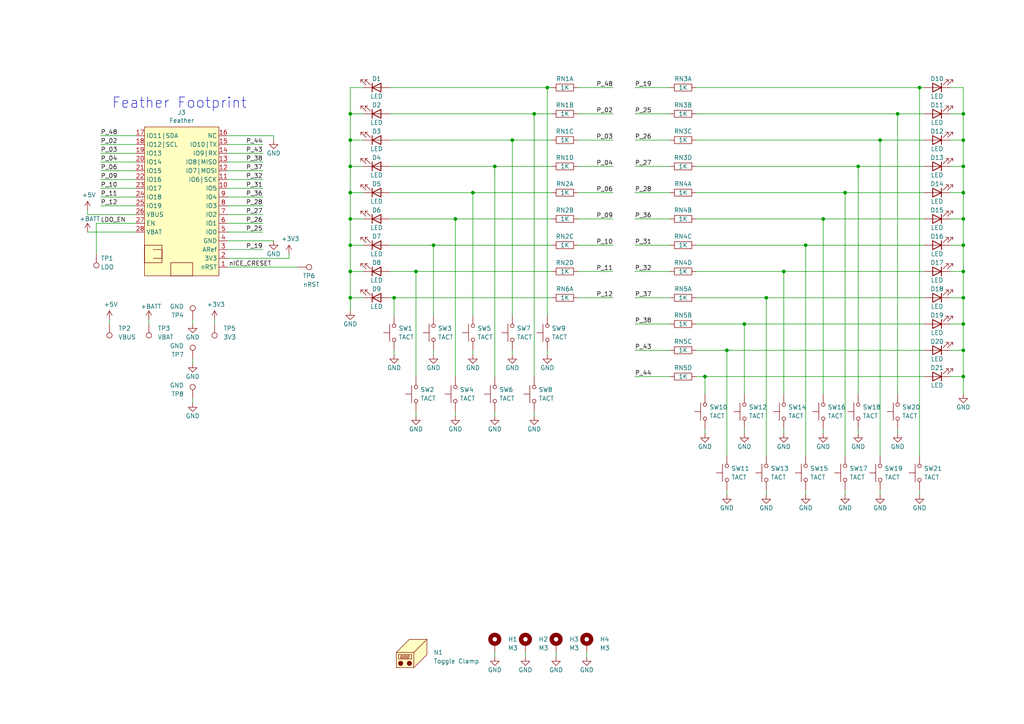
<source format=kicad_sch>
(kicad_sch (version 20201015) (generator eeschema)
  (paper "A4")
  (title_block (title "iCE40 Feather") (date "2021-01-01") (rev "0.2") (company "Josh Johnson"))
  (lib_symbols
    (symbol "Connector:TestPoint" (pin_numbers hide) (pin_names (offset 0.762) hide)
      (property "Reference" "TP" (at 0 6.858 0))
      (property "Value" "TestPoint" (at 0 5.08 0))
      (symbol "TestPoint_0_1"
        (circle (center 0 3.302) (radius 0.762))
      )
      (symbol "TestPoint_1_1"
        (pin passive line (at 0 0 90) (length 2.54) (name "1") (number "1"))
      )
    )
    (symbol "Device:LED" (pin_numbers hide) (pin_names (offset 1.016) hide)
      (property "Reference" "D" (at 0 2.54 0))
      (property "Value" "LED" (at 0 -2.54 0))
      (symbol "LED_0_1"
        (polyline (pts (xy -1.27 -1.27) (xy -1.27 1.27)) (stroke (width 0.254)))
        (polyline (pts (xy -1.27 0) (xy 1.27 0)))
        (polyline (pts (xy 1.27 -1.27) (xy 1.27 1.27) (xy -1.27 0) (xy 1.27 -1.27)) (stroke (width 0.254)))
        (polyline (pts (xy -3.048 -0.762) (xy -4.572 -2.286) (xy -3.81 -2.286) (xy -4.572 -2.286) (xy -4.572 -1.524)))
        (polyline (pts (xy -1.778 -0.762) (xy -3.302 -2.286) (xy -2.54 -2.286) (xy -3.302 -2.286) (xy -3.302 -1.524)))
      )
      (symbol "LED_1_1"
        (pin passive line (at -3.81 0 0) (length 2.54) (name "K") (number "1"))
        (pin passive line (at 3.81 0 180) (length 2.54) (name "A") (number "2"))
      )
    )
    (symbol "Mechanical:Housing" (pin_names (offset 1.016))
      (property "Reference" "N" (at 3.81 0 0))
      (property "Value" "Housing" (at 3.81 -1.905 0))
      (symbol "Housing_0_1"
        (circle (center -4.445 -3.175) (radius 0.635) (fill (type outline)))
        (circle (center -1.905 -3.175) (radius 0.635) (fill (type outline)))
        (rectangle (start -5.08 -0.635) (end -1.27 -1.905))
        (polyline (pts (xy -4.5212 -1.5748) (xy -4.4704 -1.3716)))
        (polyline (pts (xy -4.4196 -1.6764) (xy -4.064 -1.6764)))
        (polyline (pts (xy -4.4196 -1.2192) (xy -4.3688 -0.9652)))
        (polyline (pts (xy -4.318 -1.3208) (xy -4.0132 -1.3208)))
        (polyline (pts (xy -4.2164 -0.9144) (xy -3.9116 -0.9144)))
        (polyline (pts (xy -3.9116 -1.6256) (xy -3.8608 -1.3716)))
        (polyline (pts (xy -3.81 -1.2192) (xy -3.7592 -0.9652)))
        (polyline (pts (xy -3.6068 -1.5748) (xy -3.556 -1.3716)))
        (polyline (pts (xy -3.5052 -1.6764) (xy -3.1496 -1.6764)))
        (polyline (pts (xy -3.5052 -1.2192) (xy -3.4544 -0.9652)))
        (polyline (pts (xy -3.4036 -1.3208) (xy -3.0988 -1.3208)))
        (polyline (pts (xy -3.302 -0.9144) (xy -2.9972 -0.9144)))
        (polyline (pts (xy -2.9972 -1.6256) (xy -2.9464 -1.3716)))
        (polyline (pts (xy -2.8956 -1.2192) (xy -2.8448 -0.9652)))
        (polyline (pts (xy -2.6924 -1.5748) (xy -2.6416 -1.3716)))
        (polyline (pts (xy -2.5908 -1.6764) (xy -2.2352 -1.6764)))
        (polyline (pts (xy -2.5908 -1.2192) (xy -2.54 -0.9652)))
        (polyline (pts (xy -2.4892 -1.3208) (xy -2.1844 -1.3208)))
        (polyline (pts (xy -2.3876 -0.9144) (xy -2.0828 -0.9144)))
        (polyline (pts (xy -2.0828 -1.6256) (xy -2.032 -1.3716)))
        (polyline (pts (xy -1.9812 -1.2192) (xy -1.9304 -0.9652)))
        (polyline (pts (xy -0.635 0) (xy -0.635 -4.445)))
        (polyline (pts (xy -5.715 0) (xy -0.635 0) (xy 3.175 3.81)))
        (polyline (pts (xy -5.715 0) (xy -5.715 -4.445) (xy -0.635 -4.445) (xy 3.175 -0.635) (xy 3.175 3.81) (xy -1.905 3.81) (xy -5.715 0)) (fill (type background)))
      )
    )
    (symbol "Mechanical:MountingHole_Pad" (pin_numbers hide) (pin_names (offset 1.016) hide)
      (property "Reference" "H" (at 0 6.35 0))
      (property "Value" "MountingHole_Pad" (at 0 4.445 0))
      (symbol "MountingHole_Pad_0_1"
        (circle (center 0 1.27) (radius 1.27) (stroke (width 1.27)))
      )
      (symbol "MountingHole_Pad_1_1"
        (pin input line (at 0 -2.54 90) (length 2.54) (name "1") (number "1"))
      )
    )
    (symbol "Switch:SW_Push" (pin_numbers hide) (pin_names (offset 1.016) hide)
      (property "Reference" "SW" (at 1.27 2.54 0))
      (property "Value" "SW_Push" (at 0 -1.524 0))
      (symbol "SW_Push_0_1"
        (circle (center -2.032 0) (radius 0.508))
        (circle (center 2.032 0) (radius 0.508))
        (polyline (pts (xy 0 1.27) (xy 0 3.048)))
        (polyline (pts (xy 2.54 1.27) (xy -2.54 1.27)))
        (pin passive line (at -5.08 0 0) (length 2.54) (name "1") (number "1"))
        (pin passive line (at 5.08 0 180) (length 2.54) (name "2") (number "2"))
      )
    )
    (symbol "josh-connector:Feather"
      (property "Reference" "J" (at -8.89 24.13 0))
      (property "Value" "Feather" (at -6.35 21.59 0))
      (symbol "Feather_0_1"
        (rectangle (start -10.16 -13.97) (end -5.08 -19.05))
        (rectangle (start -10.16 20.32) (end 11.43 -22.86) (fill (type background)))
        (rectangle (start -2.54 -19.05) (end 3.81 -22.86))
        (polyline (pts (xy -7.62 -17.78) (xy -6.35 -17.78)))
        (polyline (pts (xy -7.62 -15.24) (xy -6.35 -15.24)))
        (polyline (pts (xy -6.35 -15.24) (xy -5.08 -15.24) (xy -5.08 -17.78) (xy -6.35 -17.78)))
      )
      (symbol "Feather_1_1"
        (pin bidirectional line (at 13.97 -20.32 180) (length 2.54) (name "nRST") (number "1"))
        (pin bidirectional line (at 13.97 2.54 180) (length 2.54) (name "IO5") (number "10"))
        (pin bidirectional line (at 13.97 5.08 180) (length 2.54) (name "IO6|SCK") (number "11"))
        (pin bidirectional line (at 13.97 7.62 180) (length 2.54) (name "IO7|MOSI") (number "12"))
        (pin bidirectional line (at 13.97 10.16 180) (length 2.54) (name "IO8|MISO") (number "13"))
        (pin bidirectional line (at 13.97 12.7 180) (length 2.54) (name "IO9|RX") (number "14"))
        (pin bidirectional line (at 13.97 15.24 180) (length 2.54) (name "IO10|TX") (number "15"))
        (pin power_out line (at 13.97 17.78 180) (length 2.54) (name "NC") (number "16"))
        (pin bidirectional line (at -12.7 17.78 0) (length 2.54) (name "IO11|SDA") (number "17"))
        (pin bidirectional line (at -12.7 15.24 0) (length 2.54) (name "IO12|SCL") (number "18"))
        (pin bidirectional line (at -12.7 12.7 0) (length 2.54) (name "IO13") (number "19"))
        (pin power_out line (at 13.97 -17.78 180) (length 2.54) (name "3V3") (number "2"))
        (pin bidirectional line (at -12.7 10.16 0) (length 2.54) (name "IO14") (number "20"))
        (pin bidirectional line (at -12.7 7.62 0) (length 2.54) (name "IO15") (number "21"))
        (pin bidirectional line (at -12.7 5.08 0) (length 2.54) (name "IO16") (number "22"))
        (pin bidirectional line (at -12.7 2.54 0) (length 2.54) (name "IO17") (number "23"))
        (pin bidirectional line (at -12.7 0 0) (length 2.54) (name "IO18") (number "24"))
        (pin bidirectional line (at -12.7 -2.54 0) (length 2.54) (name "IO19") (number "25"))
        (pin power_out line (at -12.7 -5.08 0) (length 2.54) (name "VBUS") (number "26"))
        (pin bidirectional line (at -12.7 -7.62 0) (length 2.54) (name "EN") (number "27"))
        (pin power_in line (at -12.7 -10.16 0) (length 2.54) (name "VBAT") (number "28"))
        (pin bidirectional line (at 13.97 -15.24 180) (length 2.54) (name "ARef") (number "3"))
        (pin power_in line (at 13.97 -12.7 180) (length 2.54) (name "GND") (number "4"))
        (pin bidirectional line (at 13.97 -10.16 180) (length 2.54) (name "IO0") (number "5"))
        (pin bidirectional line (at 13.97 -7.62 180) (length 2.54) (name "IO1") (number "6"))
        (pin bidirectional line (at 13.97 -5.08 180) (length 2.54) (name "IO2") (number "7"))
        (pin bidirectional line (at 13.97 -2.54 180) (length 2.54) (name "IO3") (number "8"))
        (pin bidirectional line (at 13.97 0 180) (length 2.54) (name "IO4") (number "9"))
      )
    )
    (symbol "josh-passive:RN" (pin_numbers hide) (pin_names (offset 0))
      (property "Reference" "RN" (at 0 1.778 0))
      (property "Value" "RN" (at 0 0 0))
      (symbol "RN_0_1"
        (rectangle (start -2.54 -1.016) (end 2.54 1.016))
      )
      (symbol "RN_1_1"
        (pin passive line (at -3.81 0 0) (length 1.27) (name "~") (number "4"))
        (pin passive line (at 3.81 0 180) (length 1.27) (name "~") (number "5"))
      )
      (symbol "RN_2_1"
        (pin passive line (at -3.81 0 0) (length 1.27) (name "~") (number "3"))
        (pin passive line (at 3.81 0 180) (length 1.27) (name "~") (number "6"))
      )
      (symbol "RN_3_1"
        (pin passive line (at -3.81 0 0) (length 1.27) (name "~") (number "2"))
        (pin passive line (at 3.81 0 180) (length 1.27) (name "~") (number "7"))
      )
      (symbol "RN_4_1"
        (pin passive line (at -3.81 0 0) (length 1.27) (name "~") (number "1"))
        (pin passive line (at 3.81 0 180) (length 1.27) (name "~") (number "8"))
      )
    )
    (symbol "power:+3V3" (power) (pin_names (offset 0))
      (property "Value" "+3V3" (at 0 3.556 0))
      (symbol "+3V3_0_1"
        (polyline (pts (xy -0.762 1.27) (xy 0 2.54)))
        (polyline (pts (xy 0 0) (xy 0 2.54)))
        (polyline (pts (xy 0 2.54) (xy 0.762 1.27)))
      )
      (symbol "+3V3_1_1"
        (pin power_in line (at 0 0 90) (length 0) hide (name "+3V3") (number "1"))
      )
    )
    (symbol "power:+5V" (power) (pin_names (offset 0))
      (property "Value" "+5V" (at 0 3.556 0))
      (symbol "+5V_0_1"
        (polyline (pts (xy -0.762 1.27) (xy 0 2.54)))
        (polyline (pts (xy 0 0) (xy 0 2.54)))
        (polyline (pts (xy 0 2.54) (xy 0.762 1.27)))
      )
      (symbol "+5V_1_1"
        (pin power_in line (at 0 0 90) (length 0) hide (name "+5V") (number "1"))
      )
    )
    (symbol "power:+BATT" (power) (pin_names (offset 0))
      (property "Value" "+BATT" (at 0 3.556 0))
      (symbol "+BATT_0_1"
        (polyline (pts (xy -0.762 1.27) (xy 0 2.54)))
        (polyline (pts (xy 0 0) (xy 0 2.54)))
        (polyline (pts (xy 0 2.54) (xy 0.762 1.27)))
      )
      (symbol "+BATT_1_1"
        (pin power_in line (at 0 0 90) (length 0) hide (name "+BATT") (number "1"))
      )
    )
    (symbol "power:GND" (power) (pin_names (offset 0))
      (property "Value" "GND" (at 0 -3.81 0))
      (symbol "GND_0_1"
        (polyline (pts (xy 0 0) (xy 0 -1.27) (xy 1.27 -1.27) (xy 0 -2.54) (xy -1.27 -1.27) (xy 0 -1.27)))
      )
      (symbol "GND_1_1"
        (pin power_in line (at 0 0 270) (length 0) hide (name "GND") (number "1"))
      )
    )
  )
  (junction (at 101.6 33.02) (diameter 0.9144))
  (junction (at 101.6 40.64) (diameter 0.9144))
  (junction (at 101.6 48.26) (diameter 0.9144))
  (junction (at 101.6 55.88) (diameter 0.9144))
  (junction (at 101.6 63.5) (diameter 0.9144))
  (junction (at 101.6 71.12) (diameter 0.9144))
  (junction (at 101.6 78.74) (diameter 0.9144))
  (junction (at 101.6 86.36) (diameter 0.9144))
  (junction (at 114.3 86.36) (diameter 0.9144))
  (junction (at 120.65 78.74) (diameter 0.9144))
  (junction (at 125.73 71.12) (diameter 0.9144))
  (junction (at 132.08 63.5) (diameter 0.9144))
  (junction (at 137.16 55.88) (diameter 0.9144))
  (junction (at 143.51 48.26) (diameter 0.9144))
  (junction (at 148.59 40.64) (diameter 0.9144))
  (junction (at 154.94 33.02) (diameter 0.9144))
  (junction (at 158.75 25.4) (diameter 0.9144))
  (junction (at 204.47 109.22) (diameter 0.9144))
  (junction (at 210.82 101.6) (diameter 0.9144))
  (junction (at 215.9 93.98) (diameter 0.9144))
  (junction (at 222.25 86.36) (diameter 0.9144))
  (junction (at 227.33 78.74) (diameter 0.9144))
  (junction (at 233.68 71.12) (diameter 0.9144))
  (junction (at 238.76 63.5) (diameter 0.9144))
  (junction (at 245.11 55.88) (diameter 0.9144))
  (junction (at 248.92 48.26) (diameter 0.9144))
  (junction (at 255.27 40.64) (diameter 0.9144))
  (junction (at 260.35 33.02) (diameter 0.9144))
  (junction (at 266.7 25.4) (diameter 0.9144))
  (junction (at 279.4 33.02) (diameter 0.9144))
  (junction (at 279.4 40.64) (diameter 0.9144))
  (junction (at 279.4 48.26) (diameter 0.9144))
  (junction (at 279.4 55.88) (diameter 0.9144))
  (junction (at 279.4 63.5) (diameter 0.9144))
  (junction (at 279.4 71.12) (diameter 0.9144))
  (junction (at 279.4 78.74) (diameter 0.9144))
  (junction (at 279.4 86.36) (diameter 0.9144))
  (junction (at 279.4 93.98) (diameter 0.9144))
  (junction (at 279.4 101.6) (diameter 0.9144))
  (junction (at 279.4 109.22) (diameter 0.9144))
  (wire (pts (xy 25.4 60.96) (xy 25.4 62.23)))
  (wire (pts (xy 25.4 62.23) (xy 39.37 62.23)))
  (wire (pts (xy 25.4 67.31) (xy 39.37 67.31)))
  (wire (pts (xy 27.94 64.77) (xy 27.94 73.66)))
  (wire (pts (xy 27.94 64.77) (xy 39.37 64.77)))
  (wire (pts (xy 29.21 39.37) (xy 39.37 39.37)))
  (wire (pts (xy 29.21 41.91) (xy 39.37 41.91)))
  (wire (pts (xy 29.21 44.45) (xy 39.37 44.45)))
  (wire (pts (xy 29.21 46.99) (xy 39.37 46.99)))
  (wire (pts (xy 29.21 49.53) (xy 39.37 49.53)))
  (wire (pts (xy 29.21 52.07) (xy 39.37 52.07)))
  (wire (pts (xy 29.21 54.61) (xy 39.37 54.61)))
  (wire (pts (xy 29.21 57.15) (xy 39.37 57.15)))
  (wire (pts (xy 29.21 59.69) (xy 39.37 59.69)))
  (wire (pts (xy 31.75 92.71) (xy 31.75 93.98)))
  (wire (pts (xy 43.18 92.71) (xy 43.18 93.98)))
  (wire (pts (xy 55.88 93.98) (xy 55.88 92.71)))
  (wire (pts (xy 55.88 105.41) (xy 55.88 104.14)))
  (wire (pts (xy 55.88 116.84) (xy 55.88 115.57)))
  (wire (pts (xy 62.23 92.71) (xy 62.23 93.98)))
  (wire (pts (xy 66.04 39.37) (xy 79.375 39.37)))
  (wire (pts (xy 66.04 41.91) (xy 76.2 41.91)))
  (wire (pts (xy 66.04 44.45) (xy 76.2 44.45)))
  (wire (pts (xy 66.04 46.99) (xy 76.2 46.99)))
  (wire (pts (xy 66.04 49.53) (xy 76.2 49.53)))
  (wire (pts (xy 66.04 52.07) (xy 76.2 52.07)))
  (wire (pts (xy 66.04 54.61) (xy 76.2 54.61)))
  (wire (pts (xy 66.04 57.15) (xy 76.2 57.15)))
  (wire (pts (xy 66.04 59.69) (xy 76.2 59.69)))
  (wire (pts (xy 66.04 62.23) (xy 76.2 62.23)))
  (wire (pts (xy 66.04 64.77) (xy 76.2 64.77)))
  (wire (pts (xy 66.04 67.31) (xy 76.2 67.31)))
  (wire (pts (xy 66.04 69.85) (xy 79.375 69.85)))
  (wire (pts (xy 66.04 72.39) (xy 76.2 72.39)))
  (wire (pts (xy 66.04 74.93) (xy 83.82 74.93)))
  (wire (pts (xy 66.04 77.47) (xy 86.36 77.47)))
  (wire (pts (xy 79.375 39.37) (xy 79.375 40.64)))
  (wire (pts (xy 83.82 74.93) (xy 83.82 73.66)))
  (wire (pts (xy 101.6 25.4) (xy 101.6 33.02)))
  (wire (pts (xy 101.6 33.02) (xy 101.6 40.64)))
  (wire (pts (xy 101.6 40.64) (xy 101.6 48.26)))
  (wire (pts (xy 101.6 48.26) (xy 101.6 55.88)))
  (wire (pts (xy 101.6 55.88) (xy 101.6 63.5)))
  (wire (pts (xy 101.6 63.5) (xy 101.6 71.12)))
  (wire (pts (xy 101.6 71.12) (xy 101.6 78.74)))
  (wire (pts (xy 101.6 78.74) (xy 101.6 86.36)))
  (wire (pts (xy 101.6 86.36) (xy 101.6 90.17)))
  (wire (pts (xy 105.41 25.4) (xy 101.6 25.4)))
  (wire (pts (xy 105.41 33.02) (xy 101.6 33.02)))
  (wire (pts (xy 105.41 40.64) (xy 101.6 40.64)))
  (wire (pts (xy 105.41 48.26) (xy 101.6 48.26)))
  (wire (pts (xy 105.41 55.88) (xy 101.6 55.88)))
  (wire (pts (xy 105.41 63.5) (xy 101.6 63.5)))
  (wire (pts (xy 105.41 71.12) (xy 101.6 71.12)))
  (wire (pts (xy 105.41 78.74) (xy 101.6 78.74)))
  (wire (pts (xy 105.41 86.36) (xy 101.6 86.36)))
  (wire (pts (xy 113.03 25.4) (xy 158.75 25.4)))
  (wire (pts (xy 113.03 33.02) (xy 154.94 33.02)))
  (wire (pts (xy 113.03 40.64) (xy 148.59 40.64)))
  (wire (pts (xy 113.03 48.26) (xy 143.51 48.26)))
  (wire (pts (xy 113.03 55.88) (xy 137.16 55.88)))
  (wire (pts (xy 113.03 63.5) (xy 132.08 63.5)))
  (wire (pts (xy 113.03 71.12) (xy 125.73 71.12)))
  (wire (pts (xy 113.03 78.74) (xy 120.65 78.74)))
  (wire (pts (xy 113.03 86.36) (xy 114.3 86.36)))
  (wire (pts (xy 114.3 86.36) (xy 114.3 91.44)))
  (wire (pts (xy 114.3 86.36) (xy 160.02 86.36)))
  (wire (pts (xy 114.3 101.6) (xy 114.3 102.87)))
  (wire (pts (xy 120.65 78.74) (xy 120.65 109.22)))
  (wire (pts (xy 120.65 78.74) (xy 160.02 78.74)))
  (wire (pts (xy 120.65 119.38) (xy 120.65 120.65)))
  (wire (pts (xy 125.73 71.12) (xy 125.73 91.44)))
  (wire (pts (xy 125.73 71.12) (xy 160.02 71.12)))
  (wire (pts (xy 125.73 101.6) (xy 125.73 102.87)))
  (wire (pts (xy 132.08 63.5) (xy 132.08 109.22)))
  (wire (pts (xy 132.08 63.5) (xy 160.02 63.5)))
  (wire (pts (xy 132.08 119.38) (xy 132.08 120.65)))
  (wire (pts (xy 137.16 55.88) (xy 137.16 91.44)))
  (wire (pts (xy 137.16 55.88) (xy 160.02 55.88)))
  (wire (pts (xy 137.16 101.6) (xy 137.16 102.87)))
  (wire (pts (xy 143.51 48.26) (xy 143.51 109.22)))
  (wire (pts (xy 143.51 48.26) (xy 160.02 48.26)))
  (wire (pts (xy 143.51 119.38) (xy 143.51 120.65)))
  (wire (pts (xy 143.51 189.23) (xy 143.51 190.5)))
  (wire (pts (xy 148.59 40.64) (xy 148.59 91.44)))
  (wire (pts (xy 148.59 40.64) (xy 160.02 40.64)))
  (wire (pts (xy 148.59 101.6) (xy 148.59 102.87)))
  (wire (pts (xy 152.4 189.23) (xy 152.4 190.5)))
  (wire (pts (xy 154.94 33.02) (xy 154.94 109.22)))
  (wire (pts (xy 154.94 33.02) (xy 160.02 33.02)))
  (wire (pts (xy 154.94 119.38) (xy 154.94 120.65)))
  (wire (pts (xy 158.75 25.4) (xy 158.75 91.44)))
  (wire (pts (xy 158.75 25.4) (xy 160.02 25.4)))
  (wire (pts (xy 158.75 101.6) (xy 158.75 102.87)))
  (wire (pts (xy 161.29 189.23) (xy 161.29 190.5)))
  (wire (pts (xy 170.18 189.23) (xy 170.18 190.5)))
  (wire (pts (xy 177.8 25.4) (xy 167.64 25.4)))
  (wire (pts (xy 177.8 33.02) (xy 167.64 33.02)))
  (wire (pts (xy 177.8 40.64) (xy 167.64 40.64)))
  (wire (pts (xy 177.8 48.26) (xy 167.64 48.26)))
  (wire (pts (xy 177.8 55.88) (xy 167.64 55.88)))
  (wire (pts (xy 177.8 63.5) (xy 167.64 63.5)))
  (wire (pts (xy 177.8 71.12) (xy 167.64 71.12)))
  (wire (pts (xy 177.8 78.74) (xy 167.64 78.74)))
  (wire (pts (xy 177.8 86.36) (xy 167.64 86.36)))
  (wire (pts (xy 194.31 25.4) (xy 184.15 25.4)))
  (wire (pts (xy 194.31 33.02) (xy 184.15 33.02)))
  (wire (pts (xy 194.31 40.64) (xy 184.15 40.64)))
  (wire (pts (xy 194.31 48.26) (xy 184.15 48.26)))
  (wire (pts (xy 194.31 55.88) (xy 184.15 55.88)))
  (wire (pts (xy 194.31 63.5) (xy 184.15 63.5)))
  (wire (pts (xy 194.31 71.12) (xy 184.15 71.12)))
  (wire (pts (xy 194.31 78.74) (xy 184.15 78.74)))
  (wire (pts (xy 194.31 86.36) (xy 184.15 86.36)))
  (wire (pts (xy 194.31 93.98) (xy 184.15 93.98)))
  (wire (pts (xy 194.31 101.6) (xy 184.15 101.6)))
  (wire (pts (xy 194.31 109.22) (xy 184.15 109.22)))
  (wire (pts (xy 201.93 25.4) (xy 266.7 25.4)))
  (wire (pts (xy 201.93 33.02) (xy 260.35 33.02)))
  (wire (pts (xy 201.93 40.64) (xy 255.27 40.64)))
  (wire (pts (xy 201.93 48.26) (xy 248.92 48.26)))
  (wire (pts (xy 201.93 55.88) (xy 245.11 55.88)))
  (wire (pts (xy 201.93 63.5) (xy 238.76 63.5)))
  (wire (pts (xy 201.93 71.12) (xy 233.68 71.12)))
  (wire (pts (xy 201.93 78.74) (xy 227.33 78.74)))
  (wire (pts (xy 201.93 86.36) (xy 222.25 86.36)))
  (wire (pts (xy 201.93 93.98) (xy 215.9 93.98)))
  (wire (pts (xy 201.93 101.6) (xy 210.82 101.6)))
  (wire (pts (xy 201.93 109.22) (xy 204.47 109.22)))
  (wire (pts (xy 204.47 109.22) (xy 204.47 114.3)))
  (wire (pts (xy 204.47 109.22) (xy 267.97 109.22)))
  (wire (pts (xy 204.47 124.46) (xy 204.47 125.73)))
  (wire (pts (xy 210.82 101.6) (xy 210.82 132.08)))
  (wire (pts (xy 210.82 101.6) (xy 267.97 101.6)))
  (wire (pts (xy 210.82 142.24) (xy 210.82 143.51)))
  (wire (pts (xy 215.9 93.98) (xy 215.9 114.3)))
  (wire (pts (xy 215.9 93.98) (xy 267.97 93.98)))
  (wire (pts (xy 215.9 124.46) (xy 215.9 125.73)))
  (wire (pts (xy 222.25 86.36) (xy 222.25 132.08)))
  (wire (pts (xy 222.25 86.36) (xy 267.97 86.36)))
  (wire (pts (xy 222.25 142.24) (xy 222.25 143.51)))
  (wire (pts (xy 227.33 78.74) (xy 227.33 114.3)))
  (wire (pts (xy 227.33 78.74) (xy 267.97 78.74)))
  (wire (pts (xy 227.33 124.46) (xy 227.33 125.73)))
  (wire (pts (xy 233.68 71.12) (xy 233.68 132.08)))
  (wire (pts (xy 233.68 71.12) (xy 267.97 71.12)))
  (wire (pts (xy 233.68 142.24) (xy 233.68 143.51)))
  (wire (pts (xy 238.76 63.5) (xy 238.76 114.3)))
  (wire (pts (xy 238.76 63.5) (xy 267.97 63.5)))
  (wire (pts (xy 238.76 124.46) (xy 238.76 125.73)))
  (wire (pts (xy 245.11 55.88) (xy 245.11 132.08)))
  (wire (pts (xy 245.11 55.88) (xy 267.97 55.88)))
  (wire (pts (xy 245.11 142.24) (xy 245.11 143.51)))
  (wire (pts (xy 248.92 48.26) (xy 248.92 114.3)))
  (wire (pts (xy 248.92 48.26) (xy 267.97 48.26)))
  (wire (pts (xy 248.92 124.46) (xy 248.92 125.73)))
  (wire (pts (xy 255.27 40.64) (xy 255.27 132.08)))
  (wire (pts (xy 255.27 40.64) (xy 267.97 40.64)))
  (wire (pts (xy 255.27 142.24) (xy 255.27 143.51)))
  (wire (pts (xy 260.35 33.02) (xy 260.35 114.3)))
  (wire (pts (xy 260.35 33.02) (xy 267.97 33.02)))
  (wire (pts (xy 260.35 124.46) (xy 260.35 125.73)))
  (wire (pts (xy 266.7 25.4) (xy 266.7 132.08)))
  (wire (pts (xy 266.7 25.4) (xy 267.97 25.4)))
  (wire (pts (xy 266.7 142.24) (xy 266.7 143.51)))
  (wire (pts (xy 275.59 25.4) (xy 279.4 25.4)))
  (wire (pts (xy 275.59 33.02) (xy 279.4 33.02)))
  (wire (pts (xy 275.59 40.64) (xy 279.4 40.64)))
  (wire (pts (xy 275.59 48.26) (xy 279.4 48.26)))
  (wire (pts (xy 275.59 55.88) (xy 279.4 55.88)))
  (wire (pts (xy 275.59 63.5) (xy 279.4 63.5)))
  (wire (pts (xy 275.59 71.12) (xy 279.4 71.12)))
  (wire (pts (xy 275.59 78.74) (xy 279.4 78.74)))
  (wire (pts (xy 275.59 86.36) (xy 279.4 86.36)))
  (wire (pts (xy 275.59 93.98) (xy 279.4 93.98)))
  (wire (pts (xy 275.59 101.6) (xy 279.4 101.6)))
  (wire (pts (xy 275.59 109.22) (xy 279.4 109.22)))
  (wire (pts (xy 279.4 25.4) (xy 279.4 33.02)))
  (wire (pts (xy 279.4 33.02) (xy 279.4 40.64)))
  (wire (pts (xy 279.4 40.64) (xy 279.4 48.26)))
  (wire (pts (xy 279.4 48.26) (xy 279.4 55.88)))
  (wire (pts (xy 279.4 55.88) (xy 279.4 63.5)))
  (wire (pts (xy 279.4 63.5) (xy 279.4 71.12)))
  (wire (pts (xy 279.4 71.12) (xy 279.4 78.74)))
  (wire (pts (xy 279.4 78.74) (xy 279.4 86.36)))
  (wire (pts (xy 279.4 86.36) (xy 279.4 93.98)))
  (wire (pts (xy 279.4 93.98) (xy 279.4 101.6)))
  (wire (pts (xy 279.4 101.6) (xy 279.4 109.22)))
  (wire (pts (xy 279.4 109.22) (xy 279.4 114.3)))
  (text "Feather Footprint" (at 32.385 31.75 0) (effects (font (size 2.9972 2.9972)) (justify left bottom)))
  (label "P_48" (at 29.21 39.37 0))
  (label "P_02" (at 29.21 41.91 0))
  (label "P_03" (at 29.21 44.45 0))
  (label "P_04" (at 29.21 46.99 0))
  (label "P_06" (at 29.21 49.53 0))
  (label "P_09" (at 29.21 52.07 0))
  (label "P_10" (at 29.21 54.61 0))
  (label "P_11" (at 29.21 57.15 0))
  (label "P_12" (at 29.21 59.69 0))
  (label "LDO_EN" (at 29.21 64.77 0))
  (label "P_44" (at 76.2 41.91 180))
  (label "P_43" (at 76.2 44.45 180))
  (label "P_38" (at 76.2 46.99 180))
  (label "P_37" (at 76.2 49.53 180))
  (label "P_32" (at 76.2 52.07 180))
  (label "P_31" (at 76.2 54.61 180))
  (label "P_36" (at 76.2 57.15 180))
  (label "P_28" (at 76.2 59.69 180))
  (label "P_27" (at 76.2 62.23 180))
  (label "P_26" (at 76.2 64.77 180))
  (label "P_25" (at 76.2 67.31 180))
  (label "P_19" (at 76.2 72.39 180))
  (label "nICE_CRESET" (at 78.74 77.47 180))
  (label "P_48" (at 177.8 25.4 180))
  (label "P_02" (at 177.8 33.02 180))
  (label "P_03" (at 177.8 40.64 180))
  (label "P_04" (at 177.8 48.26 180))
  (label "P_06" (at 177.8 55.88 180))
  (label "P_09" (at 177.8 63.5 180))
  (label "P_10" (at 177.8 71.12 180))
  (label "P_11" (at 177.8 78.74 180))
  (label "P_12" (at 177.8 86.36 180))
  (label "P_19" (at 184.15 25.4 0))
  (label "P_25" (at 184.15 33.02 0))
  (label "P_26" (at 184.15 40.64 0))
  (label "P_27" (at 184.15 48.26 0))
  (label "P_28" (at 184.15 55.88 0))
  (label "P_36" (at 184.15 63.5 0))
  (label "P_31" (at 184.15 71.12 0))
  (label "P_32" (at 184.15 78.74 0))
  (label "P_37" (at 184.15 86.36 0))
  (label "P_38" (at 184.15 93.98 0))
  (label "P_43" (at 184.15 101.6 0))
  (label "P_44" (at 184.15 109.22 0))
  (symbol (lib_id "Connector:TestPoint") (at 27.94 73.66 180) (unit 1)
    (property "Reference" "TP1" (at 29.21 74.93 0) (effects (justify right)))
    (property "Value" "LDO" (at 29.21 77.47 0) (effects (justify right)))
    (property "Footprint" "josh-test-point:Test-Point-Loop-BLACK" (effects hide))
  )
  (symbol (lib_id "Connector:TestPoint") (at 31.75 93.98 180) (unit 1)
    (property "Reference" "TP2" (at 34.29 95.25 0) (effects (justify right)))
    (property "Value" "VBUS" (at 34.29 97.79 0) (effects (justify right)))
    (property "Footprint" "josh-test-point:Test-Point-Loop-RED" (effects hide))
  )
  (symbol (lib_id "Connector:TestPoint") (at 43.18 93.98 180) (unit 1)
    (property "Reference" "TP3" (at 45.72 95.25 0) (effects (justify right)))
    (property "Value" "VBAT" (at 45.72 97.79 0) (effects (justify right)))
    (property "Footprint" "josh-test-point:Test-Point-Loop-RED" (effects hide))
  )
  (symbol (lib_id "Connector:TestPoint") (at 55.88 92.71 0) (unit 1)
    (property "Reference" "TP4" (at 53.34 91.44 0) (effects (justify right)))
    (property "Value" "GND" (at 53.34 88.9 0) (effects (justify right)))
    (property "Footprint" "josh-test-point:Test-Point-Loop-BLACK" (effects hide))
  )
  (symbol (lib_id "Connector:TestPoint") (at 55.88 104.14 0) (unit 1)
    (property "Reference" "TP7" (at 53.34 102.87 0) (effects (justify right)))
    (property "Value" "GND" (at 53.34 100.33 0) (effects (justify right)))
    (property "Footprint" "josh-test-point:Test-Point-Loop-BLACK" (effects hide))
  )
  (symbol (lib_id "Connector:TestPoint") (at 55.88 115.57 0) (unit 1)
    (property "Reference" "TP8" (at 53.34 114.3 0) (effects (justify right)))
    (property "Value" "GND" (at 53.34 111.76 0) (effects (justify right)))
    (property "Footprint" "josh-test-point:Test-Point-Loop-BLACK" (effects hide))
  )
  (symbol (lib_id "Connector:TestPoint") (at 62.23 93.98 180) (unit 1)
    (property "Reference" "TP5" (at 64.77 95.25 0) (effects (justify right)))
    (property "Value" "3V3" (at 64.77 97.79 0) (effects (justify right)))
    (property "Footprint" "josh-test-point:Test-Point-Loop-RED" (effects hide))
  )
  (symbol (lib_id "Connector:TestPoint") (at 86.36 77.47 270) (unit 1)
    (property "Reference" "TP6" (at 91.44 80.01 90) (effects (justify right)))
    (property "Value" "nRST" (at 92.71 82.55 90) (effects (justify right)))
    (property "Footprint" "josh-test-point:Test-Point-Loop-BLACK" (effects hide))
  )
  (symbol (lib_id "power:+5V") (at 25.4 60.96 0) (unit 1)
    (property "Reference" "#PWR043" (effects hide))
    (property "Value" "+5V" (at 25.781 56.5658 0))
  )
  (symbol (lib_id "power:+BATT") (at 25.4 67.31 0) (unit 1)
    (property "Reference" "#PWR044" (effects hide))
    (property "Value" "+BATT" (at 26.035 63.5 0))
  )
  (symbol (lib_id "power:+5V") (at 31.75 92.71 0) (unit 1)
    (property "Reference" "#PWR0130" (effects hide))
    (property "Value" "+5V" (at 32.131 88.3158 0))
  )
  (symbol (lib_id "power:+BATT") (at 43.18 92.71 0) (unit 1)
    (property "Reference" "#PWR0131" (effects hide))
    (property "Value" "+BATT" (at 43.815 88.9 0))
  )
  (symbol (lib_id "power:+3V3") (at 62.23 92.71 0) (unit 1)
    (property "Reference" "#PWR0129" (effects hide))
    (property "Value" "+3V3" (at 62.611 88.3158 0))
  )
  (symbol (lib_id "power:+3V3") (at 83.82 73.66 0) (unit 1)
    (property "Reference" "#PWR055" (effects hide))
    (property "Value" "+3V3" (at 84.201 69.2658 0))
  )
  (symbol (lib_id "power:GND") (at 55.88 93.98 0) (unit 1)
    (property "Reference" "#PWR0128" (effects hide))
    (property "Value" "GND" (at 55.88 97.79 0))
  )
  (symbol (lib_id "power:GND") (at 55.88 105.41 0) (unit 1)
    (property "Reference" "#PWR0132" (effects hide))
    (property "Value" "GND" (at 55.88 109.22 0))
  )
  (symbol (lib_id "power:GND") (at 55.88 116.84 0) (unit 1)
    (property "Reference" "#PWR0133" (effects hide))
    (property "Value" "GND" (at 55.88 120.65 0))
  )
  (symbol (lib_id "power:GND") (at 79.375 40.64 0) (unit 1)
    (property "Reference" "#PWR054" (effects hide))
    (property "Value" "GND" (at 79.375 44.45 0))
  )
  (symbol (lib_id "power:GND") (at 79.375 69.85 0) (unit 1)
    (property "Reference" "#PWR052" (effects hide))
    (property "Value" "GND" (at 79.375 73.66 0))
  )
  (symbol (lib_id "power:GND") (at 101.6 90.17 0) (mirror y) (unit 1)
    (property "Reference" "#PWR0101" (effects hide))
    (property "Value" "GND" (at 101.6 93.98 0))
  )
  (symbol (lib_id "power:GND") (at 114.3 102.87 0) (unit 1)
    (property "Reference" "#PWR0109" (effects hide))
    (property "Value" "GND" (at 114.3 106.68 0))
  )
  (symbol (lib_id "power:GND") (at 120.65 120.65 0) (unit 1)
    (property "Reference" "#PWR0110" (effects hide))
    (property "Value" "GND" (at 120.65 124.46 0))
  )
  (symbol (lib_id "power:GND") (at 125.73 102.87 0) (unit 1)
    (property "Reference" "#PWR0103" (effects hide))
    (property "Value" "GND" (at 125.73 106.68 0))
  )
  (symbol (lib_id "power:GND") (at 132.08 120.65 0) (unit 1)
    (property "Reference" "#PWR0104" (effects hide))
    (property "Value" "GND" (at 132.08 124.46 0))
  )
  (symbol (lib_id "power:GND") (at 137.16 102.87 0) (unit 1)
    (property "Reference" "#PWR0102" (effects hide))
    (property "Value" "GND" (at 137.16 106.68 0))
  )
  (symbol (lib_id "power:GND") (at 143.51 120.65 0) (unit 1)
    (property "Reference" "#PWR0108" (effects hide))
    (property "Value" "GND" (at 143.51 124.46 0))
  )
  (symbol (lib_id "power:GND") (at 143.51 190.5 0) (unit 1)
    (property "Reference" "#PWR0111" (effects hide))
    (property "Value" "GND" (at 143.51 194.31 0))
  )
  (symbol (lib_id "power:GND") (at 148.59 102.87 0) (unit 1)
    (property "Reference" "#PWR0106" (effects hide))
    (property "Value" "GND" (at 148.59 106.68 0))
  )
  (symbol (lib_id "power:GND") (at 152.4 190.5 0) (unit 1)
    (property "Reference" "#PWR0112" (effects hide))
    (property "Value" "GND" (at 152.4 194.31 0))
  )
  (symbol (lib_id "power:GND") (at 154.94 120.65 0) (unit 1)
    (property "Reference" "#PWR0107" (effects hide))
    (property "Value" "GND" (at 154.94 124.46 0))
  )
  (symbol (lib_id "power:GND") (at 158.75 102.87 0) (unit 1)
    (property "Reference" "#PWR0105" (effects hide))
    (property "Value" "GND" (at 158.75 106.68 0))
  )
  (symbol (lib_id "power:GND") (at 161.29 190.5 0) (unit 1)
    (property "Reference" "#PWR0114" (effects hide))
    (property "Value" "GND" (at 161.29 194.31 0))
  )
  (symbol (lib_id "power:GND") (at 170.18 190.5 0) (unit 1)
    (property "Reference" "#PWR0113" (effects hide))
    (property "Value" "GND" (at 170.18 194.31 0))
  )
  (symbol (lib_id "power:GND") (at 204.47 125.73 0) (unit 1)
    (property "Reference" "#PWR0115" (effects hide))
    (property "Value" "GND" (at 204.47 129.54 0))
  )
  (symbol (lib_id "power:GND") (at 210.82 143.51 0) (unit 1)
    (property "Reference" "#PWR0125" (effects hide))
    (property "Value" "GND" (at 210.82 147.32 0))
  )
  (symbol (lib_id "power:GND") (at 215.9 125.73 0) (unit 1)
    (property "Reference" "#PWR0124" (effects hide))
    (property "Value" "GND" (at 215.9 129.54 0))
  )
  (symbol (lib_id "power:GND") (at 222.25 143.51 0) (unit 1)
    (property "Reference" "#PWR0123" (effects hide))
    (property "Value" "GND" (at 222.25 147.32 0))
  )
  (symbol (lib_id "power:GND") (at 227.33 125.73 0) (unit 1)
    (property "Reference" "#PWR0127" (effects hide))
    (property "Value" "GND" (at 227.33 129.54 0))
  )
  (symbol (lib_id "power:GND") (at 233.68 143.51 0) (unit 1)
    (property "Reference" "#PWR0122" (effects hide))
    (property "Value" "GND" (at 233.68 147.32 0))
  )
  (symbol (lib_id "power:GND") (at 238.76 125.73 0) (unit 1)
    (property "Reference" "#PWR0126" (effects hide))
    (property "Value" "GND" (at 238.76 129.54 0))
  )
  (symbol (lib_id "power:GND") (at 245.11 143.51 0) (unit 1)
    (property "Reference" "#PWR0118" (effects hide))
    (property "Value" "GND" (at 245.11 147.32 0))
  )
  (symbol (lib_id "power:GND") (at 248.92 125.73 0) (unit 1)
    (property "Reference" "#PWR0117" (effects hide))
    (property "Value" "GND" (at 248.92 129.54 0))
  )
  (symbol (lib_id "power:GND") (at 255.27 143.51 0) (unit 1)
    (property "Reference" "#PWR0119" (effects hide))
    (property "Value" "GND" (at 255.27 147.32 0))
  )
  (symbol (lib_id "power:GND") (at 260.35 125.73 0) (unit 1)
    (property "Reference" "#PWR0120" (effects hide))
    (property "Value" "GND" (at 260.35 129.54 0))
  )
  (symbol (lib_id "power:GND") (at 266.7 143.51 0) (unit 1)
    (property "Reference" "#PWR0121" (effects hide))
    (property "Value" "GND" (at 266.7 147.32 0))
  )
  (symbol (lib_id "power:GND") (at 279.4 114.3 0) (unit 1)
    (property "Reference" "#PWR0116" (effects hide))
    (property "Value" "GND" (at 279.4 118.11 0))
  )
  (symbol (lib_id "josh-passive:RN") (at 163.83 25.4 0) (mirror y) (unit 1)
    (property "Reference" "RN1" (at 163.83 22.86 0))
    (property "Value" "1K" (at 163.83 25.4 0))
    (property "Footprint" "Resistor_SMD:R_Array_Convex_4x0603" (effects hide))
  )
  (symbol (lib_id "josh-passive:RN") (at 163.83 33.02 0) (mirror y) (unit 2)
    (property "Reference" "RN1" (at 163.83 30.48 0))
    (property "Value" "1K" (at 163.83 33.02 0))
    (property "Footprint" "Resistor_SMD:R_Array_Convex_4x0603" (effects hide))
  )
  (symbol (lib_id "josh-passive:RN") (at 163.83 40.64 0) (mirror y) (unit 3)
    (property "Reference" "RN1" (at 163.83 38.1 0))
    (property "Value" "1K" (at 163.83 40.64 0))
    (property "Footprint" "Resistor_SMD:R_Array_Convex_4x0603" (effects hide))
  )
  (symbol (lib_id "josh-passive:RN") (at 163.83 48.26 0) (mirror y) (unit 4)
    (property "Reference" "RN1" (at 163.83 45.72 0))
    (property "Value" "1K" (at 163.83 48.26 0))
    (property "Footprint" "Resistor_SMD:R_Array_Convex_4x0603" (effects hide))
  )
  (symbol (lib_id "josh-passive:RN") (at 163.83 55.88 0) (mirror y) (unit 1)
    (property "Reference" "RN2" (at 163.83 53.34 0))
    (property "Value" "1K" (at 163.83 55.88 0))
    (property "Footprint" "Resistor_SMD:R_Array_Convex_4x0603" (effects hide))
  )
  (symbol (lib_id "josh-passive:RN") (at 163.83 63.5 0) (mirror y) (unit 2)
    (property "Reference" "RN2" (at 163.83 60.96 0))
    (property "Value" "1K" (at 163.83 63.5 0))
    (property "Footprint" "Resistor_SMD:R_Array_Convex_4x0603" (effects hide))
  )
  (symbol (lib_id "josh-passive:RN") (at 163.83 71.12 0) (mirror y) (unit 3)
    (property "Reference" "RN2" (at 163.83 68.58 0))
    (property "Value" "1K" (at 163.83 71.12 0))
    (property "Footprint" "Resistor_SMD:R_Array_Convex_4x0603" (effects hide))
  )
  (symbol (lib_id "josh-passive:RN") (at 163.83 78.74 0) (mirror y) (unit 4)
    (property "Reference" "RN2" (at 163.83 76.2 0))
    (property "Value" "1K" (at 163.83 78.74 0))
    (property "Footprint" "Resistor_SMD:R_Array_Convex_4x0603" (effects hide))
  )
  (symbol (lib_id "josh-passive:RN") (at 163.83 86.36 0) (unit 1)
    (property "Reference" "RN6" (at 163.83 83.82 0))
    (property "Value" "1K" (at 163.83 86.36 0))
    (property "Footprint" "Resistor_SMD:R_Array_Convex_4x0603" (effects hide))
  )
  (symbol (lib_id "josh-passive:RN") (at 198.12 25.4 0) (mirror x) (unit 1)
    (property "Reference" "RN3" (at 198.12 22.86 0))
    (property "Value" "1K" (at 198.12 25.4 0))
    (property "Footprint" "Resistor_SMD:R_Array_Convex_4x0603" (effects hide))
  )
  (symbol (lib_id "josh-passive:RN") (at 198.12 33.02 0) (unit 2)
    (property "Reference" "RN3" (at 198.12 30.48 0))
    (property "Value" "1K" (at 198.12 33.02 0))
    (property "Footprint" "Resistor_SMD:R_Array_Convex_4x0603" (effects hide))
  )
  (symbol (lib_id "josh-passive:RN") (at 198.12 40.64 0) (unit 3)
    (property "Reference" "RN3" (at 198.12 38.1 0))
    (property "Value" "1K" (at 198.12 40.64 0))
    (property "Footprint" "Resistor_SMD:R_Array_Convex_4x0603" (effects hide))
  )
  (symbol (lib_id "josh-passive:RN") (at 198.12 48.26 0) (unit 4)
    (property "Reference" "RN3" (at 198.12 45.72 0))
    (property "Value" "1K" (at 198.12 48.26 0))
    (property "Footprint" "Resistor_SMD:R_Array_Convex_4x0603" (effects hide))
  )
  (symbol (lib_id "josh-passive:RN") (at 198.12 55.88 0) (unit 1)
    (property "Reference" "RN4" (at 198.12 53.34 0))
    (property "Value" "1K" (at 198.12 55.88 0))
    (property "Footprint" "Resistor_SMD:R_Array_Convex_4x0603" (effects hide))
  )
  (symbol (lib_id "josh-passive:RN") (at 198.12 63.5 0) (unit 2)
    (property "Reference" "RN4" (at 198.12 60.96 0))
    (property "Value" "1K" (at 198.12 63.5 0))
    (property "Footprint" "Resistor_SMD:R_Array_Convex_4x0603" (effects hide))
  )
  (symbol (lib_id "josh-passive:RN") (at 198.12 71.12 0) (unit 3)
    (property "Reference" "RN4" (at 198.12 68.58 0))
    (property "Value" "1K" (at 198.12 71.12 0))
    (property "Footprint" "Resistor_SMD:R_Array_Convex_4x0603" (effects hide))
  )
  (symbol (lib_id "josh-passive:RN") (at 198.12 78.74 0) (unit 4)
    (property "Reference" "RN4" (at 198.12 76.2 0))
    (property "Value" "1K" (at 198.12 78.74 0))
    (property "Footprint" "Resistor_SMD:R_Array_Convex_4x0603" (effects hide))
  )
  (symbol (lib_id "josh-passive:RN") (at 198.12 86.36 0) (unit 1)
    (property "Reference" "RN5" (at 198.12 83.82 0))
    (property "Value" "1K" (at 198.12 86.36 0))
    (property "Footprint" "Resistor_SMD:R_Array_Convex_4x0603" (effects hide))
  )
  (symbol (lib_id "josh-passive:RN") (at 198.12 93.98 0) (unit 2)
    (property "Reference" "RN5" (at 198.12 91.44 0))
    (property "Value" "1K" (at 198.12 93.98 0))
    (property "Footprint" "Resistor_SMD:R_Array_Convex_4x0603" (effects hide))
  )
  (symbol (lib_id "josh-passive:RN") (at 198.12 101.6 0) (unit 3)
    (property "Reference" "RN5" (at 198.12 99.06 0))
    (property "Value" "1K" (at 198.12 101.6 0))
    (property "Footprint" "Resistor_SMD:R_Array_Convex_4x0603" (effects hide))
  )
  (symbol (lib_id "josh-passive:RN") (at 198.12 109.22 0) (unit 4)
    (property "Reference" "RN5" (at 198.12 106.68 0))
    (property "Value" "1K" (at 198.12 109.22 0))
    (property "Footprint" "Resistor_SMD:R_Array_Convex_4x0603" (effects hide))
  )
  (symbol (lib_id "Mechanical:MountingHole_Pad") (at 143.51 186.69 0) (unit 1)
    (property "Reference" "H1" (at 147.32 185.42 0) (effects (justify left)))
    (property "Value" "M3" (at 147.32 187.96 0) (effects (justify left)))
    (property "Footprint" "MountingHole:MountingHole_3.2mm_M3_Pad_Via" (effects hide))
  )
  (symbol (lib_id "Mechanical:MountingHole_Pad") (at 152.4 186.69 0) (unit 1)
    (property "Reference" "H2" (at 156.21 185.42 0) (effects (justify left)))
    (property "Value" "M3" (at 156.21 187.96 0) (effects (justify left)))
    (property "Footprint" "MountingHole:MountingHole_3.2mm_M3_Pad_Via" (effects hide))
  )
  (symbol (lib_id "Mechanical:MountingHole_Pad") (at 161.29 186.69 0) (unit 1)
    (property "Reference" "H3" (at 165.1 185.42 0) (effects (justify left)))
    (property "Value" "M3" (at 165.1 187.96 0) (effects (justify left)))
    (property "Footprint" "MountingHole:MountingHole_3.2mm_M3_Pad_Via" (effects hide))
  )
  (symbol (lib_id "Mechanical:MountingHole_Pad") (at 170.18 186.69 0) (unit 1)
    (property "Reference" "H4" (at 173.99 185.42 0) (effects (justify left)))
    (property "Value" "M3" (at 173.99 187.96 0) (effects (justify left)))
    (property "Footprint" "MountingHole:MountingHole_3.2mm_M3_Pad_Via" (effects hide))
  )
  (symbol (lib_id "Device:LED") (at 109.22 25.4 0) (mirror x) (unit 1)
    (property "Reference" "D1" (at 109.22 22.86 0))
    (property "Value" "LED" (at 109.22 27.94 0))
    (property "Footprint" "LED_SMD:LED_0603_1608Metric" (effects hide))
  )
  (symbol (lib_id "Device:LED") (at 109.22 33.02 0) (mirror x) (unit 1)
    (property "Reference" "D2" (at 109.22 30.48 0))
    (property "Value" "LED" (at 109.22 35.56 0))
    (property "Footprint" "LED_SMD:LED_0603_1608Metric" (effects hide))
  )
  (symbol (lib_id "Device:LED") (at 109.22 40.64 0) (mirror x) (unit 1)
    (property "Reference" "D3" (at 109.22 38.1 0))
    (property "Value" "LED" (at 109.22 43.18 0))
    (property "Footprint" "LED_SMD:LED_0603_1608Metric" (effects hide))
  )
  (symbol (lib_id "Device:LED") (at 109.22 48.26 0) (mirror x) (unit 1)
    (property "Reference" "D4" (at 109.22 45.72 0))
    (property "Value" "LED" (at 109.22 50.8 0))
    (property "Footprint" "LED_SMD:LED_0603_1608Metric" (effects hide))
  )
  (symbol (lib_id "Device:LED") (at 109.22 55.88 0) (mirror x) (unit 1)
    (property "Reference" "D5" (at 109.22 53.34 0))
    (property "Value" "LED" (at 109.22 58.42 0))
    (property "Footprint" "LED_SMD:LED_0603_1608Metric" (effects hide))
  )
  (symbol (lib_id "Device:LED") (at 109.22 63.5 0) (mirror x) (unit 1)
    (property "Reference" "D6" (at 109.22 60.96 0))
    (property "Value" "LED" (at 109.22 66.04 0))
    (property "Footprint" "LED_SMD:LED_0603_1608Metric" (effects hide))
  )
  (symbol (lib_id "Device:LED") (at 109.22 71.12 0) (mirror x) (unit 1)
    (property "Reference" "D7" (at 109.22 68.58 0))
    (property "Value" "LED" (at 109.22 73.66 0))
    (property "Footprint" "LED_SMD:LED_0603_1608Metric" (effects hide))
  )
  (symbol (lib_id "Device:LED") (at 109.22 78.74 0) (mirror x) (unit 1)
    (property "Reference" "D8" (at 109.22 76.2 0))
    (property "Value" "LED" (at 109.22 81.28 0))
    (property "Footprint" "LED_SMD:LED_0603_1608Metric" (effects hide))
  )
  (symbol (lib_id "Device:LED") (at 109.22 86.36 0) (mirror x) (unit 1)
    (property "Reference" "D9" (at 109.22 83.82 0))
    (property "Value" "LED" (at 109.22 88.9 0))
    (property "Footprint" "LED_SMD:LED_0603_1608Metric" (effects hide))
  )
  (symbol (lib_id "Device:LED") (at 271.78 25.4 180) (unit 1)
    (property "Reference" "D10" (at 271.78 22.86 0))
    (property "Value" "LED" (at 271.78 27.94 0))
    (property "Footprint" "LED_SMD:LED_0603_1608Metric" (effects hide))
  )
  (symbol (lib_id "Device:LED") (at 271.78 33.02 180) (unit 1)
    (property "Reference" "D11" (at 271.78 30.48 0))
    (property "Value" "LED" (at 271.78 35.56 0))
    (property "Footprint" "LED_SMD:LED_0603_1608Metric" (effects hide))
  )
  (symbol (lib_id "Device:LED") (at 271.78 40.64 180) (unit 1)
    (property "Reference" "D12" (at 271.78 38.1 0))
    (property "Value" "LED" (at 271.78 43.18 0))
    (property "Footprint" "LED_SMD:LED_0603_1608Metric" (effects hide))
  )
  (symbol (lib_id "Device:LED") (at 271.78 48.26 180) (unit 1)
    (property "Reference" "D13" (at 271.78 45.72 0))
    (property "Value" "LED" (at 271.78 50.8 0))
    (property "Footprint" "LED_SMD:LED_0603_1608Metric" (effects hide))
  )
  (symbol (lib_id "Device:LED") (at 271.78 55.88 180) (unit 1)
    (property "Reference" "D14" (at 271.78 53.34 0))
    (property "Value" "LED" (at 271.78 58.42 0))
    (property "Footprint" "LED_SMD:LED_0603_1608Metric" (effects hide))
  )
  (symbol (lib_id "Device:LED") (at 271.78 63.5 180) (unit 1)
    (property "Reference" "D15" (at 271.78 60.96 0))
    (property "Value" "LED" (at 271.78 66.04 0))
    (property "Footprint" "LED_SMD:LED_0603_1608Metric" (effects hide))
  )
  (symbol (lib_id "Device:LED") (at 271.78 71.12 180) (unit 1)
    (property "Reference" "D16" (at 271.78 68.58 0))
    (property "Value" "LED" (at 271.78 73.66 0))
    (property "Footprint" "LED_SMD:LED_0603_1608Metric" (effects hide))
  )
  (symbol (lib_id "Device:LED") (at 271.78 78.74 180) (unit 1)
    (property "Reference" "D17" (at 271.78 76.2 0))
    (property "Value" "LED" (at 271.78 81.28 0))
    (property "Footprint" "LED_SMD:LED_0603_1608Metric" (effects hide))
  )
  (symbol (lib_id "Device:LED") (at 271.78 86.36 180) (unit 1)
    (property "Reference" "D18" (at 271.78 83.82 0))
    (property "Value" "LED" (at 271.78 88.9 0))
    (property "Footprint" "LED_SMD:LED_0603_1608Metric" (effects hide))
  )
  (symbol (lib_id "Device:LED") (at 271.78 93.98 180) (unit 1)
    (property "Reference" "D19" (at 271.78 91.44 0))
    (property "Value" "LED" (at 271.78 96.52 0))
    (property "Footprint" "LED_SMD:LED_0603_1608Metric" (effects hide))
  )
  (symbol (lib_id "Device:LED") (at 271.78 101.6 180) (unit 1)
    (property "Reference" "D20" (at 271.78 99.06 0))
    (property "Value" "LED" (at 271.78 104.14 0))
    (property "Footprint" "LED_SMD:LED_0603_1608Metric" (effects hide))
  )
  (symbol (lib_id "Device:LED") (at 271.78 109.22 180) (unit 1)
    (property "Reference" "D21" (at 271.78 106.68 0))
    (property "Value" "LED" (at 271.78 111.76 0))
    (property "Footprint" "LED_SMD:LED_0603_1608Metric" (effects hide))
  )
  (symbol (lib_id "Switch:SW_Push") (at 114.3 96.52 90) (unit 1)
    (property "Reference" "SW1" (at 115.57 95.25 90) (effects (justify right)))
    (property "Value" "TACT" (at 115.57 97.79 90) (effects (justify right)))
    (property "Footprint" "josh-buttons-switches:SW_Push_PTS645" (effects hide))
  )
  (symbol (lib_id "Switch:SW_Push") (at 120.65 114.3 90) (unit 1)
    (property "Reference" "SW2" (at 121.92 113.03 90) (effects (justify right)))
    (property "Value" "TACT" (at 121.92 115.57 90) (effects (justify right)))
    (property "Footprint" "josh-buttons-switches:SW_Push_PTS645" (effects hide))
  )
  (symbol (lib_id "Switch:SW_Push") (at 125.73 96.52 90) (unit 1)
    (property "Reference" "SW3" (at 127 95.25 90) (effects (justify right)))
    (property "Value" "TACT" (at 127 97.79 90) (effects (justify right)))
    (property "Footprint" "josh-buttons-switches:SW_Push_PTS645" (effects hide))
  )
  (symbol (lib_id "Switch:SW_Push") (at 132.08 114.3 90) (unit 1)
    (property "Reference" "SW4" (at 133.35 113.03 90) (effects (justify right)))
    (property "Value" "TACT" (at 133.35 115.57 90) (effects (justify right)))
    (property "Footprint" "josh-buttons-switches:SW_Push_PTS645" (effects hide))
  )
  (symbol (lib_id "Switch:SW_Push") (at 137.16 96.52 90) (unit 1)
    (property "Reference" "SW5" (at 138.43 95.25 90) (effects (justify right)))
    (property "Value" "TACT" (at 138.43 97.79 90) (effects (justify right)))
    (property "Footprint" "josh-buttons-switches:SW_Push_PTS645" (effects hide))
  )
  (symbol (lib_id "Switch:SW_Push") (at 143.51 114.3 90) (unit 1)
    (property "Reference" "SW6" (at 144.78 113.03 90) (effects (justify right)))
    (property "Value" "TACT" (at 144.78 115.57 90) (effects (justify right)))
    (property "Footprint" "josh-buttons-switches:SW_Push_PTS645" (effects hide))
  )
  (symbol (lib_id "Switch:SW_Push") (at 148.59 96.52 90) (unit 1)
    (property "Reference" "SW7" (at 149.86 95.25 90) (effects (justify right)))
    (property "Value" "TACT" (at 149.86 97.79 90) (effects (justify right)))
    (property "Footprint" "josh-buttons-switches:SW_Push_PTS645" (effects hide))
  )
  (symbol (lib_id "Switch:SW_Push") (at 154.94 114.3 90) (unit 1)
    (property "Reference" "SW8" (at 156.21 113.03 90) (effects (justify right)))
    (property "Value" "TACT" (at 156.21 115.57 90) (effects (justify right)))
    (property "Footprint" "josh-buttons-switches:SW_Push_PTS645" (effects hide))
  )
  (symbol (lib_id "Switch:SW_Push") (at 158.75 96.52 90) (unit 1)
    (property "Reference" "SW9" (at 160.02 95.25 90) (effects (justify right)))
    (property "Value" "TACT" (at 160.02 97.79 90) (effects (justify right)))
    (property "Footprint" "josh-buttons-switches:SW_Push_PTS645" (effects hide))
  )
  (symbol (lib_id "Switch:SW_Push") (at 204.47 119.38 90) (unit 1)
    (property "Reference" "SW10" (at 205.74 118.11 90) (effects (justify right)))
    (property "Value" "TACT" (at 205.74 120.65 90) (effects (justify right)))
    (property "Footprint" "josh-buttons-switches:SW_Push_PTS645" (effects hide))
  )
  (symbol (lib_id "Switch:SW_Push") (at 210.82 137.16 90) (unit 1)
    (property "Reference" "SW11" (at 212.09 135.89 90) (effects (justify right)))
    (property "Value" "TACT" (at 212.09 138.43 90) (effects (justify right)))
    (property "Footprint" "josh-buttons-switches:SW_Push_PTS645" (effects hide))
  )
  (symbol (lib_id "Switch:SW_Push") (at 215.9 119.38 90) (unit 1)
    (property "Reference" "SW12" (at 217.17 118.11 90) (effects (justify right)))
    (property "Value" "TACT" (at 217.17 120.65 90) (effects (justify right)))
    (property "Footprint" "josh-buttons-switches:SW_Push_PTS645" (effects hide))
  )
  (symbol (lib_id "Switch:SW_Push") (at 222.25 137.16 90) (unit 1)
    (property "Reference" "SW13" (at 223.52 135.89 90) (effects (justify right)))
    (property "Value" "TACT" (at 223.52 138.43 90) (effects (justify right)))
    (property "Footprint" "josh-buttons-switches:SW_Push_PTS645" (effects hide))
  )
  (symbol (lib_id "Switch:SW_Push") (at 227.33 119.38 90) (unit 1)
    (property "Reference" "SW14" (at 228.6 118.11 90) (effects (justify right)))
    (property "Value" "TACT" (at 228.6 120.65 90) (effects (justify right)))
    (property "Footprint" "josh-buttons-switches:SW_Push_PTS645" (effects hide))
  )
  (symbol (lib_id "Switch:SW_Push") (at 233.68 137.16 90) (unit 1)
    (property "Reference" "SW15" (at 234.95 135.89 90) (effects (justify right)))
    (property "Value" "TACT" (at 234.95 138.43 90) (effects (justify right)))
    (property "Footprint" "josh-buttons-switches:SW_Push_PTS645" (effects hide))
  )
  (symbol (lib_id "Switch:SW_Push") (at 238.76 119.38 90) (unit 1)
    (property "Reference" "SW16" (at 240.03 118.11 90) (effects (justify right)))
    (property "Value" "TACT" (at 240.03 120.65 90) (effects (justify right)))
    (property "Footprint" "josh-buttons-switches:SW_Push_PTS645" (effects hide))
  )
  (symbol (lib_id "Switch:SW_Push") (at 245.11 137.16 90) (unit 1)
    (property "Reference" "SW17" (at 246.38 135.89 90) (effects (justify right)))
    (property "Value" "TACT" (at 246.38 138.43 90) (effects (justify right)))
    (property "Footprint" "josh-buttons-switches:SW_Push_PTS645" (effects hide))
  )
  (symbol (lib_id "Switch:SW_Push") (at 248.92 119.38 90) (unit 1)
    (property "Reference" "SW18" (at 250.19 118.11 90) (effects (justify right)))
    (property "Value" "TACT" (at 250.19 120.65 90) (effects (justify right)))
    (property "Footprint" "josh-buttons-switches:SW_Push_PTS645" (effects hide))
  )
  (symbol (lib_id "Switch:SW_Push") (at 255.27 137.16 90) (unit 1)
    (property "Reference" "SW19" (at 256.54 135.89 90) (effects (justify right)))
    (property "Value" "TACT" (at 256.54 138.43 90) (effects (justify right)))
    (property "Footprint" "josh-buttons-switches:SW_Push_PTS645" (effects hide))
  )
  (symbol (lib_id "Switch:SW_Push") (at 260.35 119.38 90) (unit 1)
    (property "Reference" "SW20" (at 261.62 118.11 90) (effects (justify right)))
    (property "Value" "TACT" (at 261.62 120.65 90) (effects (justify right)))
    (property "Footprint" "josh-buttons-switches:SW_Push_PTS645" (effects hide))
  )
  (symbol (lib_id "Switch:SW_Push") (at 266.7 137.16 90) (unit 1)
    (property "Reference" "SW21" (at 267.97 135.89 90) (effects (justify right)))
    (property "Value" "TACT" (at 267.97 138.43 90) (effects (justify right)))
    (property "Footprint" "josh-buttons-switches:SW_Push_PTS645" (effects hide))
  )
  (symbol (lib_id "Mechanical:Housing") (at 120.65 189.23 0) (unit 1)
    (property "Reference" "N1" (at 125.73 189.23 0) (effects (justify left)))
    (property "Value" "Toggle Clamp" (at 125.73 191.77 0) (effects (justify left)))
    (property "Footprint" "josh-mechanical:GH-201A" (effects hide))
  )
  (symbol (lib_id "josh-connector:Feather") (at 52.07 57.15 0) (unit 1)
    (property "Reference" "J3" (at 52.705 32.639 0))
    (property "Value" "Feather" (at 52.705 34.9504 0))
    (property "Footprint" "josh-connectors:featherwing-typeC" (effects hide))
    (property "DNP" "DNP" (effects hide))
  )
)
</source>
